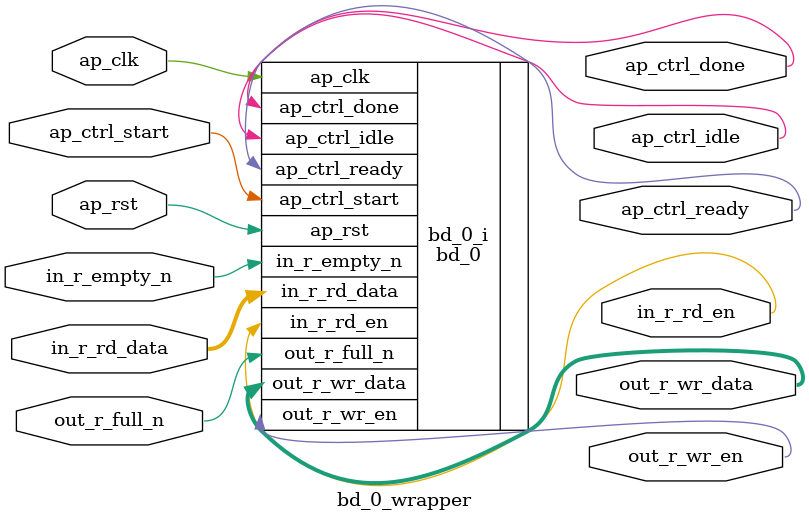
<source format=v>
`timescale 1 ps / 1 ps

module bd_0_wrapper
   (ap_clk,
    ap_ctrl_done,
    ap_ctrl_idle,
    ap_ctrl_ready,
    ap_ctrl_start,
    ap_rst,
    in_r_empty_n,
    in_r_rd_data,
    in_r_rd_en,
    out_r_full_n,
    out_r_wr_data,
    out_r_wr_en);
  input ap_clk;
  output ap_ctrl_done;
  output ap_ctrl_idle;
  output ap_ctrl_ready;
  input ap_ctrl_start;
  input ap_rst;
  input in_r_empty_n;
  input [255:0]in_r_rd_data;
  output in_r_rd_en;
  input out_r_full_n;
  output [255:0]out_r_wr_data;
  output out_r_wr_en;

  wire ap_clk;
  wire ap_ctrl_done;
  wire ap_ctrl_idle;
  wire ap_ctrl_ready;
  wire ap_ctrl_start;
  wire ap_rst;
  wire in_r_empty_n;
  wire [255:0]in_r_rd_data;
  wire in_r_rd_en;
  wire out_r_full_n;
  wire [255:0]out_r_wr_data;
  wire out_r_wr_en;

  bd_0 bd_0_i
       (.ap_clk(ap_clk),
        .ap_ctrl_done(ap_ctrl_done),
        .ap_ctrl_idle(ap_ctrl_idle),
        .ap_ctrl_ready(ap_ctrl_ready),
        .ap_ctrl_start(ap_ctrl_start),
        .ap_rst(ap_rst),
        .in_r_empty_n(in_r_empty_n),
        .in_r_rd_data(in_r_rd_data),
        .in_r_rd_en(in_r_rd_en),
        .out_r_full_n(out_r_full_n),
        .out_r_wr_data(out_r_wr_data),
        .out_r_wr_en(out_r_wr_en));
endmodule

</source>
